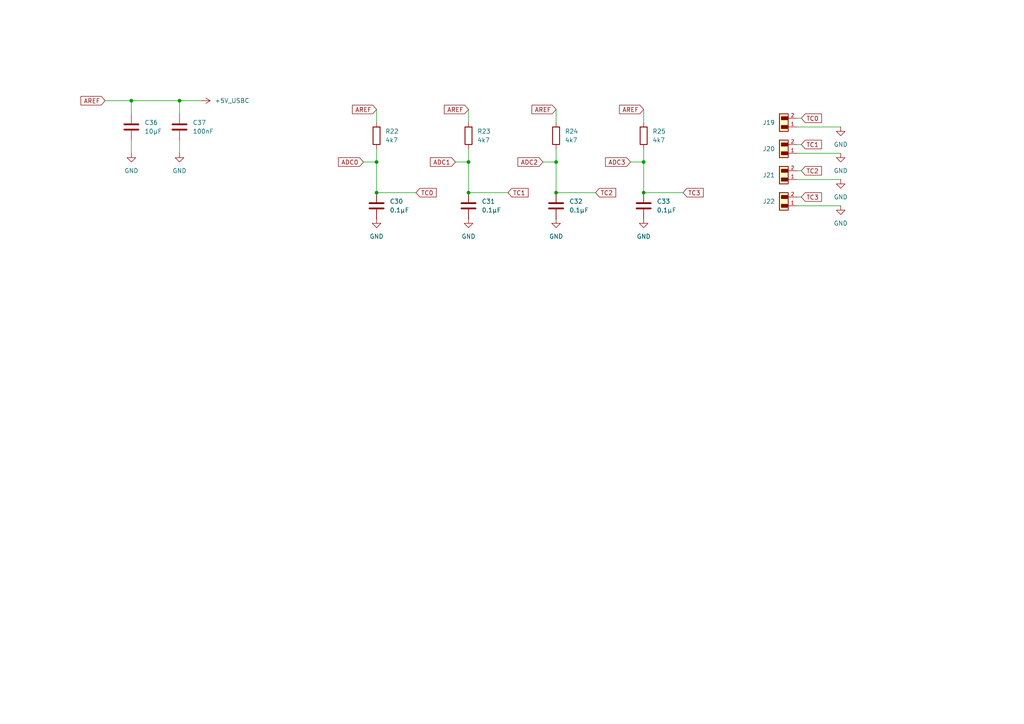
<source format=kicad_sch>
(kicad_sch (version 20231120) (generator "eeschema") (generator_version "8.0")
  (paper "A4")
  (lib_symbols
    (symbol "Device:C" (pin_numbers hide) (pin_names (offset 0.254))
      (property "Reference" "C" (at 0.635 2.54 0))
      (property "Value" "C" (at 0.635 -2.54 0))
      (symbol "C_0_1"
        (polyline (pts (xy -2.032 -0.762) (xy 2.032 -0.762)) (stroke (width 0.508)))
        (polyline (pts (xy -2.032 0.762) (xy 2.032 0.762)) (stroke (width 0.508)))
      )
      (symbol "C_1_1"
        (pin passive line (at 0 3.81 270) (length 2.794) (name "~") (number "1"))
        (pin passive line (at 0 -3.81 90) (length 2.794) (name "~") (number "2"))
      )
    )
    (symbol "Device:R" (pin_numbers hide) (pin_names (offset 0))
      (property "Reference" "R" (at 2.032 0 90))
      (property "Value" "R" (at 0 0 90))
      (symbol "R_0_1"
        (rectangle (start -1.016 -2.54) (end 1.016 2.54) (stroke (width 0.254)))
      )
      (symbol "R_1_1"
        (pin passive line (at 0 3.81 270) (length 1.27) (name "~") (number "1"))
        (pin passive line (at 0 -3.81 90) (length 1.27) (name "~") (number "2"))
      )
    )
    (symbol "Imported_Component_Symbols:665102131822" (pin_names (offset 1.016))
      (property "Reference" "J" (at 2.146 -0.832 0))
      (symbol "665102131822_0_0"
        (rectangle (start -3.81 -2.54) (end 1.27 0) (stroke (width 0.254)) (fill (type background)))
        (rectangle (start -3.04 -2.5) (end -2.04 -0.5) (stroke (width 0.1)) (fill (type outline)))
        (rectangle (start -0.5 -2.5) (end 0.5 -0.5) (stroke (width 0.1)) (fill (type outline)))
        (pin passive line (at 0 -5.08 90) (length 2.54) (name "~") (number "1"))
        (pin passive line (at -2.54 -5.08 90) (length 2.54) (name "~") (number "2"))
      )
    )
    (symbol "power:+5C" (power) (pin_numbers hide) (pin_names (offset 0) hide)
      (property "Value" "+5C" (at 0 3.556 0))
      (symbol "+5C_0_1"
        (polyline (pts (xy -0.762 1.27) (xy 0 2.54)))
        (polyline (pts (xy 0 0) (xy 0 2.54)))
        (polyline (pts (xy 0 2.54) (xy 0.762 1.27)))
      )
      (symbol "+5C_1_1"
        (pin power_in line (at 0 0 90) (length 0) (name "~") (number "1"))
      )
    )
    (symbol "power:GND" (power) (pin_numbers hide) (pin_names (offset 0) hide)
      (property "Value" "GND" (at 0 -3.81 0))
      (symbol "GND_0_1"
        (polyline (pts (xy 0 0) (xy 0 -1.27) (xy 1.27 -1.27) (xy 0 -2.54) (xy -1.27 -1.27) (xy 0 -1.27)))
      )
      (symbol "GND_1_1"
        (pin power_in line (at 0 0 270) (length 0) (name "~") (number "1"))
      )
    )
  )
  (junction (at 186.69 46.99))
  (junction (at 186.69 55.88))
  (junction (at 161.29 55.88))
  (junction (at 38.1 29.21))
  (junction (at 135.89 46.99))
  (junction (at 161.29 46.99))
  (junction (at 109.22 46.99))
  (junction (at 135.89 55.88))
  (junction (at 52.07 29.21))
  (junction (at 109.22 55.88))
  (wire (pts (xy 135.89 43.18) (xy 135.89 46.99)))
  (wire (pts (xy 161.29 46.99) (xy 161.29 43.18)))
  (wire (pts (xy 232.41 57.15) (xy 231.14 57.15)))
  (wire (pts (xy 161.29 31.75) (xy 161.29 35.56)))
  (wire (pts (xy 243.84 52.07) (xy 231.14 52.07)))
  (wire (pts (xy 135.89 55.88) (xy 135.89 46.99)))
  (wire (pts (xy 186.69 55.88) (xy 186.69 46.99)))
  (wire (pts (xy 161.29 46.99) (xy 157.48 46.99)))
  (wire (pts (xy 232.41 34.29) (xy 231.14 34.29)))
  (wire (pts (xy 135.89 31.75) (xy 135.89 35.56)))
  (wire (pts (xy 135.89 46.99) (xy 132.08 46.99)))
  (wire (pts (xy 243.84 44.45) (xy 231.14 44.45)))
  (wire (pts (xy 52.07 40.64) (xy 52.07 44.45)))
  (wire (pts (xy 52.07 29.21) (xy 58.42 29.21)))
  (wire (pts (xy 38.1 29.21) (xy 52.07 29.21)))
  (wire (pts (xy 243.84 59.69) (xy 231.14 59.69)))
  (wire (pts (xy 161.29 55.88) (xy 161.29 46.99)))
  (wire (pts (xy 109.22 43.18) (xy 109.22 46.99)))
  (wire (pts (xy 109.22 46.99) (xy 105.41 46.99)))
  (wire (pts (xy 186.69 43.18) (xy 186.69 46.99)))
  (wire (pts (xy 38.1 29.21) (xy 38.1 33.02)))
  (wire (pts (xy 161.29 55.88) (xy 172.72 55.88)))
  (wire (pts (xy 52.07 29.21) (xy 52.07 33.02)))
  (wire (pts (xy 109.22 31.75) (xy 109.22 35.56)))
  (wire (pts (xy 109.22 55.88) (xy 109.22 46.99)))
  (wire (pts (xy 232.41 49.53) (xy 231.14 49.53)))
  (wire (pts (xy 30.48 29.21) (xy 38.1 29.21)))
  (wire (pts (xy 186.69 55.88) (xy 198.12 55.88)))
  (wire (pts (xy 135.89 55.88) (xy 147.32 55.88)))
  (wire (pts (xy 186.69 31.75) (xy 186.69 35.56)))
  (wire (pts (xy 109.22 55.88) (xy 120.65 55.88)))
  (wire (pts (xy 243.84 36.83) (xy 231.14 36.83)))
  (wire (pts (xy 232.41 41.91) (xy 231.14 41.91)))
  (wire (pts (xy 38.1 40.64) (xy 38.1 44.45)))
  (wire (pts (xy 186.69 46.99) (xy 182.88 46.99)))
  (global_label "TC3" (shape input) (at 232.41 57.15 0) (property "Intersheetrefs" "${INTERSHEET_REFS}" (effects (hide yes))))
  (global_label "AREF" (shape input) (at 186.69 31.75 180) (property "Intersheetrefs" "${INTERSHEET_REFS}" (effects (hide yes))))
  (global_label "AREF" (shape input) (at 30.48 29.21 180) (property "Intersheetrefs" "${INTERSHEET_REFS}" (effects (hide yes))))
  (global_label "TC2" (shape input) (at 172.72 55.88 0) (property "Intersheetrefs" "${INTERSHEET_REFS}" (effects (hide yes))))
  (global_label "TC0" (shape input) (at 120.65 55.88 0) (property "Intersheetrefs" "${INTERSHEET_REFS}" (effects (hide yes))))
  (global_label "TC3" (shape input) (at 198.12 55.88 0) (property "Intersheetrefs" "${INTERSHEET_REFS}" (effects (hide yes))))
  (global_label "TC1" (shape input) (at 232.41 41.91 0) (property "Intersheetrefs" "${INTERSHEET_REFS}" (effects (hide yes))))
  (global_label "AREF" (shape input) (at 161.29 31.75 180) (property "Intersheetrefs" "${INTERSHEET_REFS}" (effects (hide yes))))
  (global_label "TC1" (shape input) (at 147.32 55.88 0) (property "Intersheetrefs" "${INTERSHEET_REFS}" (effects (hide yes))))
  (global_label "ADC0" (shape input) (at 105.41 46.99 180) (property "Intersheetrefs" "${INTERSHEET_REFS}" (effects (hide yes))))
  (global_label "AREF" (shape input) (at 109.22 31.75 180) (property "Intersheetrefs" "${INTERSHEET_REFS}" (effects (hide yes))))
  (global_label "ADC3" (shape input) (at 182.88 46.99 180) (property "Intersheetrefs" "${INTERSHEET_REFS}" (effects (hide yes))))
  (global_label "ADC2" (shape input) (at 157.48 46.99 180) (property "Intersheetrefs" "${INTERSHEET_REFS}" (effects (hide yes))))
  (global_label "TC0" (shape input) (at 232.41 34.29 0) (property "Intersheetrefs" "${INTERSHEET_REFS}" (effects (hide yes))))
  (global_label "ADC1" (shape input) (at 132.08 46.99 180) (property "Intersheetrefs" "${INTERSHEET_REFS}" (effects (hide yes))))
  (global_label "TC2" (shape input) (at 232.41 49.53 0) (property "Intersheetrefs" "${INTERSHEET_REFS}" (effects (hide yes))))
  (global_label "AREF" (shape input) (at 135.89 31.75 180) (property "Intersheetrefs" "${INTERSHEET_REFS}" (effects (hide yes))))
  (symbol (lib_id "power:GND") (at 243.84 59.69 0) (mirror y) (unit 1)
    (property "Reference" "#PWR0119" (effects (hide yes)))
    (property "Value" "GND" (at 243.84 64.77 0))
    (property "Description" "Power symbol creates a global label with name \"GND\" , ground" (effects (hide yes)))
  )
  (symbol (lib_id "Device:C") (at 135.89 59.69 0) (unit 1)
    (property "Reference" "C31" (at 139.7 58.4199 0) (effects (justify left)))
    (property "Value" "0.1µF" (at 139.7 60.9599 0) (effects (justify left)))
    (property "Footprint" "Capacitor_SMD:C_0603_1608Metric_Pad1.08x0.95mm_HandSolder" (effects (hide yes)))
    (property "Description" "Unpolarized capacitor" (effects (hide yes)))
  )
  (symbol (lib_id "Imported_Component_Symbols:665102131822") (at 226.06 59.69 90) (mirror x) (unit 1)
    (property "Reference" "J22" (at 224.79 58.4199 90) (effects (justify left)))
    (property "Value" "T3" (effects (hide yes)))
    (property "Footprint" "Imported_Component_Footprints:665102131822" (effects (hide yes)))
    (property "CONTACT-RESISTANCE" "20mOhm" (effects (hide yes)))
    (property "GENDER" "Male" (effects (hide yes)))
    (property "MOUNT" "SMT" (effects (hide yes)))
    (property "IR" "1A" (effects (hide yes)))
    (property "L" "4mm" (effects (hide yes)))
    (property "PACKAGING" "Tape and Reel" (effects (hide yes)))
    (property "PART-NUMBER" "665102131822" (effects (hide yes)))
    (property "DATASHEET-URL" "https://www.we-online.com/redexpert/spec/665102131822?ae" (effects (hide yes)))
    (property "WORKING-VOLTAGE" "50V(AC)" (effects (hide yes)))
    (property "PINS" "2" (effects (hide yes)))
    (property "PITCH" "1mm" (effects (hide yes)))
    (property "TYPE" "Horizontal" (effects (hide yes)))
    (property "PCB-CABLE-PANEL" "PCB" (effects (hide yes)))
  )
  (symbol (lib_id "power:GND") (at 243.84 36.83 0) (mirror y) (unit 1)
    (property "Reference" "#PWR0116" (effects (hide yes)))
    (property "Value" "GND" (at 243.84 41.91 0))
    (property "Description" "Power symbol creates a global label with name \"GND\" , ground" (effects (hide yes)))
  )
  (symbol (lib_id "Imported_Component_Symbols:665102131822") (at 226.06 52.07 90) (mirror x) (unit 1)
    (property "Reference" "J21" (at 224.79 50.7999 90) (effects (justify left)))
    (property "Value" "T2" (effects (hide yes)))
    (property "Footprint" "Imported_Component_Footprints:665102131822" (effects (hide yes)))
    (property "CONTACT-RESISTANCE" "20mOhm" (effects (hide yes)))
    (property "GENDER" "Male" (effects (hide yes)))
    (property "MOUNT" "SMT" (effects (hide yes)))
    (property "IR" "1A" (effects (hide yes)))
    (property "L" "4mm" (effects (hide yes)))
    (property "PACKAGING" "Tape and Reel" (effects (hide yes)))
    (property "PART-NUMBER" "665102131822" (effects (hide yes)))
    (property "DATASHEET-URL" "https://www.we-online.com/redexpert/spec/665102131822?ae" (effects (hide yes)))
    (property "WORKING-VOLTAGE" "50V(AC)" (effects (hide yes)))
    (property "PINS" "2" (effects (hide yes)))
    (property "PITCH" "1mm" (effects (hide yes)))
    (property "TYPE" "Horizontal" (effects (hide yes)))
    (property "PCB-CABLE-PANEL" "PCB" (effects (hide yes)))
  )
  (symbol (lib_id "Device:R") (at 186.69 39.37 0) (unit 1)
    (property "Reference" "R25" (at 189.23 38.0999 0) (effects (justify left)))
    (property "Value" "4k7" (at 189.23 40.6399 0) (effects (justify left)))
    (property "Footprint" "Resistor_SMD:R_0603_1608Metric_Pad0.98x0.95mm_HandSolder" (effects (hide yes)))
    (property "Description" "Resistor" (effects (hide yes)))
  )
  (symbol (lib_id "power:GND") (at 243.84 44.45 0) (mirror y) (unit 1)
    (property "Reference" "#PWR0117" (effects (hide yes)))
    (property "Value" "GND" (at 243.84 49.53 0))
    (property "Description" "Power symbol creates a global label with name \"GND\" , ground" (effects (hide yes)))
  )
  (symbol (lib_id "power:GND") (at 109.22 63.5 0) (unit 1)
    (property "Reference" "#PWR0120" (effects (hide yes)))
    (property "Value" "GND" (at 109.22 68.58 0))
    (property "Description" "Power symbol creates a global label with name \"GND\" , ground" (effects (hide yes)))
  )
  (symbol (lib_id "power:GND") (at 38.1 44.45 0) (unit 1)
    (property "Reference" "#PWR074" (effects (hide yes)))
    (property "Value" "GND" (at 38.1 49.53 0))
    (property "Description" "Power symbol creates a global label with name \"GND\" , ground" (effects (hide yes)))
  )
  (symbol (lib_id "power:GND") (at 161.29 63.5 0) (unit 1)
    (property "Reference" "#PWR0122" (effects (hide yes)))
    (property "Value" "GND" (at 161.29 68.58 0))
    (property "Description" "Power symbol creates a global label with name \"GND\" , ground" (effects (hide yes)))
  )
  (symbol (lib_id "Device:C") (at 109.22 59.69 0) (unit 1)
    (property "Reference" "C30" (at 113.03 58.4199 0) (effects (justify left)))
    (property "Value" "0.1µF" (at 113.03 60.9599 0) (effects (justify left)))
    (property "Footprint" "Capacitor_SMD:C_0603_1608Metric_Pad1.08x0.95mm_HandSolder" (effects (hide yes)))
    (property "Description" "Unpolarized capacitor" (effects (hide yes)))
  )
  (symbol (lib_id "power:GND") (at 135.89 63.5 0) (unit 1)
    (property "Reference" "#PWR0121" (effects (hide yes)))
    (property "Value" "GND" (at 135.89 68.58 0))
    (property "Description" "Power symbol creates a global label with name \"GND\" , ground" (effects (hide yes)))
  )
  (symbol (lib_id "Imported_Component_Symbols:665102131822") (at 226.06 36.83 90) (mirror x) (unit 1)
    (property "Reference" "J19" (at 224.79 35.5599 90) (effects (justify left)))
    (property "Value" "T2" (effects (hide yes)))
    (property "Footprint" "Imported_Component_Footprints:665102131822" (effects (hide yes)))
    (property "CONTACT-RESISTANCE" "20mOhm" (effects (hide yes)))
    (property "GENDER" "Male" (effects (hide yes)))
    (property "MOUNT" "SMT" (effects (hide yes)))
    (property "IR" "1A" (effects (hide yes)))
    (property "L" "4mm" (effects (hide yes)))
    (property "PACKAGING" "Tape and Reel" (effects (hide yes)))
    (property "PART-NUMBER" "665102131822" (effects (hide yes)))
    (property "DATASHEET-URL" "https://www.we-online.com/redexpert/spec/665102131822?ae" (effects (hide yes)))
    (property "WORKING-VOLTAGE" "50V(AC)" (effects (hide yes)))
    (property "PINS" "2" (effects (hide yes)))
    (property "PITCH" "1mm" (effects (hide yes)))
    (property "TYPE" "Horizontal" (effects (hide yes)))
    (property "PCB-CABLE-PANEL" "PCB" (effects (hide yes)))
  )
  (symbol (lib_id "Device:C") (at 186.69 59.69 0) (unit 1)
    (property "Reference" "C33" (at 190.5 58.4199 0) (effects (justify left)))
    (property "Value" "0.1µF" (at 190.5 60.9599 0) (effects (justify left)))
    (property "Footprint" "Capacitor_SMD:C_0603_1608Metric_Pad1.08x0.95mm_HandSolder" (effects (hide yes)))
    (property "Description" "Unpolarized capacitor" (effects (hide yes)))
  )
  (symbol (lib_id "power:GND") (at 186.69 63.5 0) (unit 1)
    (property "Reference" "#PWR0123" (effects (hide yes)))
    (property "Value" "GND" (at 186.69 68.58 0))
    (property "Description" "Power symbol creates a global label with name \"GND\" , ground" (effects (hide yes)))
  )
  (symbol (lib_id "power:GND") (at 243.84 52.07 0) (mirror y) (unit 1)
    (property "Reference" "#PWR0118" (effects (hide yes)))
    (property "Value" "GND" (at 243.84 57.15 0))
    (property "Description" "Power symbol creates a global label with name \"GND\" , ground" (effects (hide yes)))
  )
  (symbol (lib_id "Device:R") (at 109.22 39.37 0) (unit 1)
    (property "Reference" "R22" (at 111.76 38.0999 0) (effects (justify left)))
    (property "Value" "4k7" (at 111.76 40.6399 0) (effects (justify left)))
    (property "Footprint" "Resistor_SMD:R_0603_1608Metric_Pad0.98x0.95mm_HandSolder" (effects (hide yes)))
    (property "Description" "Resistor" (effects (hide yes)))
  )
  (symbol (lib_id "Device:C") (at 52.07 36.83 0) (unit 1)
    (property "Reference" "C37" (at 55.88 35.5599 0) (effects (justify left)))
    (property "Value" "100nF" (at 55.88 38.0999 0) (effects (justify left)))
    (property "Footprint" "Capacitor_SMD:C_0603_1608Metric_Pad1.08x0.95mm_HandSolder" (effects (hide yes)))
    (property "Description" "Unpolarized capacitor" (effects (hide yes)))
  )
  (symbol (lib_id "Device:C") (at 161.29 59.69 0) (unit 1)
    (property "Reference" "C32" (at 165.1 58.4199 0) (effects (justify left)))
    (property "Value" "0.1µF" (at 165.1 60.9599 0) (effects (justify left)))
    (property "Footprint" "Capacitor_SMD:C_0603_1608Metric_Pad1.08x0.95mm_HandSolder" (effects (hide yes)))
    (property "Description" "Unpolarized capacitor" (effects (hide yes)))
  )
  (symbol (lib_id "power:GND") (at 52.07 44.45 0) (unit 1)
    (property "Reference" "#PWR077" (effects (hide yes)))
    (property "Value" "GND" (at 52.07 49.53 0))
    (property "Description" "Power symbol creates a global label with name \"GND\" , ground" (effects (hide yes)))
  )
  (symbol (lib_id "Device:R") (at 161.29 39.37 0) (unit 1)
    (property "Reference" "R24" (at 163.83 38.0999 0) (effects (justify left)))
    (property "Value" "4k7" (at 163.83 40.6399 0) (effects (justify left)))
    (property "Footprint" "Resistor_SMD:R_0603_1608Metric_Pad0.98x0.95mm_HandSolder" (effects (hide yes)))
    (property "Description" "Resistor" (effects (hide yes)))
  )
  (symbol (lib_id "power:+5C") (at 58.42 29.21 270) (unit 1)
    (property "Reference" "#PWR0115" (effects (hide yes)))
    (property "Value" "+5V_USBC" (at 62.23 29.2101 90) (effects (justify left)))
    (property "Description" "Power symbol creates a global label with name \"+5C\"" (effects (hide yes)))
  )
  (symbol (lib_id "Device:R") (at 135.89 39.37 0) (unit 1)
    (property "Reference" "R23" (at 138.43 38.0999 0) (effects (justify left)))
    (property "Value" "4k7" (at 138.43 40.6399 0) (effects (justify left)))
    (property "Footprint" "Resistor_SMD:R_0603_1608Metric_Pad0.98x0.95mm_HandSolder" (effects (hide yes)))
    (property "Description" "Resistor" (effects (hide yes)))
  )
  (symbol (lib_id "Device:C") (at 38.1 36.83 0) (unit 1)
    (property "Reference" "C36" (at 41.91 35.5599 0) (effects (justify left)))
    (property "Value" "10µF" (at 41.91 38.0999 0) (effects (justify left)))
    (property "Footprint" "Capacitor_SMD:C_0805_2012Metric_Pad1.18x1.45mm_HandSolder" (effects (hide yes)))
    (property "Description" "Unpolarized capacitor" (effects (hide yes)))
  )
  (symbol (lib_id "Imported_Component_Symbols:665102131822") (at 226.06 44.45 90) (mirror x) (unit 1)
    (property "Reference" "J20" (at 224.79 43.1799 90) (effects (justify left)))
    (property "Value" "T2" (effects (hide yes)))
    (property "Footprint" "Imported_Component_Footprints:665102131822" (effects (hide yes)))
    (property "CONTACT-RESISTANCE" "20mOhm" (effects (hide yes)))
    (property "GENDER" "Male" (effects (hide yes)))
    (property "MOUNT" "SMT" (effects (hide yes)))
    (property "IR" "1A" (effects (hide yes)))
    (property "L" "4mm" (effects (hide yes)))
    (property "PACKAGING" "Tape and Reel" (effects (hide yes)))
    (property "PART-NUMBER" "665102131822" (effects (hide yes)))
    (property "DATASHEET-URL" "https://www.we-online.com/redexpert/spec/665102131822?ae" (effects (hide yes)))
    (property "WORKING-VOLTAGE" "50V(AC)" (effects (hide yes)))
    (property "PINS" "2" (effects (hide yes)))
    (property "PITCH" "1mm" (effects (hide yes)))
    (property "TYPE" "Horizontal" (effects (hide yes)))
    (property "PCB-CABLE-PANEL" "PCB" (effects (hide yes)))
  )
)
</source>
